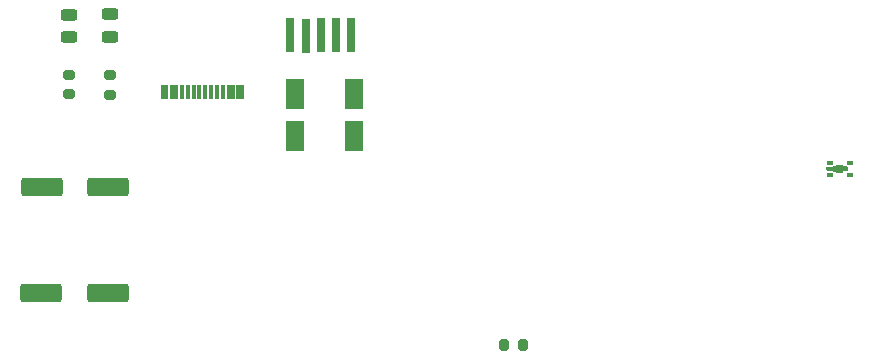
<source format=gbr>
%TF.GenerationSoftware,KiCad,Pcbnew,(6.99.0-1665-g4ee6cfe5b6)*%
%TF.CreationDate,2022-04-26T18:14:45+08:00*%
%TF.ProjectId,LightMeherGen2,4c696768-744d-4656-9865-7247656e322e,rev?*%
%TF.SameCoordinates,Original*%
%TF.FileFunction,Paste,Top*%
%TF.FilePolarity,Positive*%
%FSLAX46Y46*%
G04 Gerber Fmt 4.6, Leading zero omitted, Abs format (unit mm)*
G04 Created by KiCad (PCBNEW (6.99.0-1665-g4ee6cfe5b6)) date 2022-04-26 18:14:45*
%MOMM*%
%LPD*%
G01*
G04 APERTURE LIST*
G04 Aperture macros list*
%AMRoundRect*
0 Rectangle with rounded corners*
0 $1 Rounding radius*
0 $2 $3 $4 $5 $6 $7 $8 $9 X,Y pos of 4 corners*
0 Add a 4 corners polygon primitive as box body*
4,1,4,$2,$3,$4,$5,$6,$7,$8,$9,$2,$3,0*
0 Add four circle primitives for the rounded corners*
1,1,$1+$1,$2,$3*
1,1,$1+$1,$4,$5*
1,1,$1+$1,$6,$7*
1,1,$1+$1,$8,$9*
0 Add four rect primitives between the rounded corners*
20,1,$1+$1,$2,$3,$4,$5,0*
20,1,$1+$1,$4,$5,$6,$7,0*
20,1,$1+$1,$6,$7,$8,$9,0*
20,1,$1+$1,$8,$9,$2,$3,0*%
%AMFreePoly0*
4,1,35,0.182426,0.877426,0.200000,0.835000,0.200000,0.495000,0.270000,0.495000,0.312426,0.477426,0.330000,0.435000,0.330000,-0.035000,0.312426,-0.077426,0.270000,-0.095000,0.250000,-0.095000,0.250000,-0.265000,0.232426,-0.307426,0.190000,-0.325000,0.170000,-0.325000,0.170000,-0.835000,0.152426,-0.877426,0.110000,-0.895000,-0.150000,-0.895000,-0.192426,-0.877426,-0.210000,-0.835000,
-0.210000,-0.325000,-0.252426,-0.307426,-0.270000,-0.265000,-0.270000,-0.095000,-0.312426,-0.077426,-0.330000,-0.035000,-0.330000,0.435000,-0.312426,0.477426,-0.270000,0.495000,-0.230000,0.495000,-0.230000,0.835000,-0.212426,0.877426,-0.170000,0.895000,0.140000,0.895000,0.182426,0.877426,0.182426,0.877426,$1*%
G04 Aperture macros list end*
%ADD10RoundRect,0.200000X-0.275000X0.200000X-0.275000X-0.200000X0.275000X-0.200000X0.275000X0.200000X0*%
%ADD11RoundRect,0.200000X-0.200000X-0.275000X0.200000X-0.275000X0.200000X0.275000X-0.200000X0.275000X0*%
%ADD12R,0.300000X1.150000*%
%ADD13RoundRect,0.250000X0.550000X-1.050000X0.550000X1.050000X-0.550000X1.050000X-0.550000X-1.050000X0*%
%ADD14R,0.650000X3.000000*%
%ADD15RoundRect,0.243750X-0.456250X0.243750X-0.456250X-0.243750X0.456250X-0.243750X0.456250X0.243750X0*%
%ADD16R,0.470000X0.318000*%
%ADD17FreePoly0,270.000000*%
%ADD18RoundRect,0.250000X1.500000X0.550000X-1.500000X0.550000X-1.500000X-0.550000X1.500000X-0.550000X0*%
G04 APERTURE END LIST*
D10*
%TO.C,R5*%
X105725000Y-66025000D03*
X105725000Y-67675000D03*
%TD*%
D11*
%TO.C,R11*%
X142525000Y-88875000D03*
X144175000Y-88875000D03*
%TD*%
D12*
%TO.C,J1*%
X120349999Y-67484999D03*
X119549999Y-67484999D03*
X118249999Y-67484999D03*
X117249999Y-67484999D03*
X116749999Y-67484999D03*
X115749999Y-67484999D03*
X114449999Y-67484999D03*
X113649999Y-67484999D03*
X113949999Y-67484999D03*
X114749999Y-67484999D03*
X115249999Y-67484999D03*
X116249999Y-67484999D03*
X117749999Y-67484999D03*
X118749999Y-67484999D03*
X119249999Y-67484999D03*
X120049999Y-67484999D03*
%TD*%
D13*
%TO.C,C15*%
X129825000Y-71200000D03*
X129825000Y-67600000D03*
%TD*%
D14*
%TO.C,U4*%
X124449999Y-62649999D03*
X125729999Y-62699999D03*
X126999999Y-62649999D03*
X128269999Y-62649999D03*
X129539999Y-62649999D03*
%TD*%
D15*
%TO.C,D2*%
X105725000Y-60912500D03*
X105725000Y-62787500D03*
%TD*%
D16*
%TO.C,U3*%
X170151999Y-73498999D03*
D17*
X170752000Y-74017000D03*
D16*
X170151999Y-74498999D03*
X171847999Y-74500999D03*
X171847999Y-73500999D03*
%TD*%
D10*
%TO.C,R4*%
X109200000Y-66062500D03*
X109200000Y-67712500D03*
%TD*%
D18*
%TO.C,C23*%
X109000000Y-75500000D03*
X103400000Y-75500000D03*
%TD*%
D15*
%TO.C,D1*%
X109200000Y-60900000D03*
X109200000Y-62775000D03*
%TD*%
D13*
%TO.C,C17*%
X124875000Y-71200000D03*
X124875000Y-67600000D03*
%TD*%
D18*
%TO.C,C24*%
X108975000Y-84450000D03*
X103375000Y-84450000D03*
%TD*%
M02*

</source>
